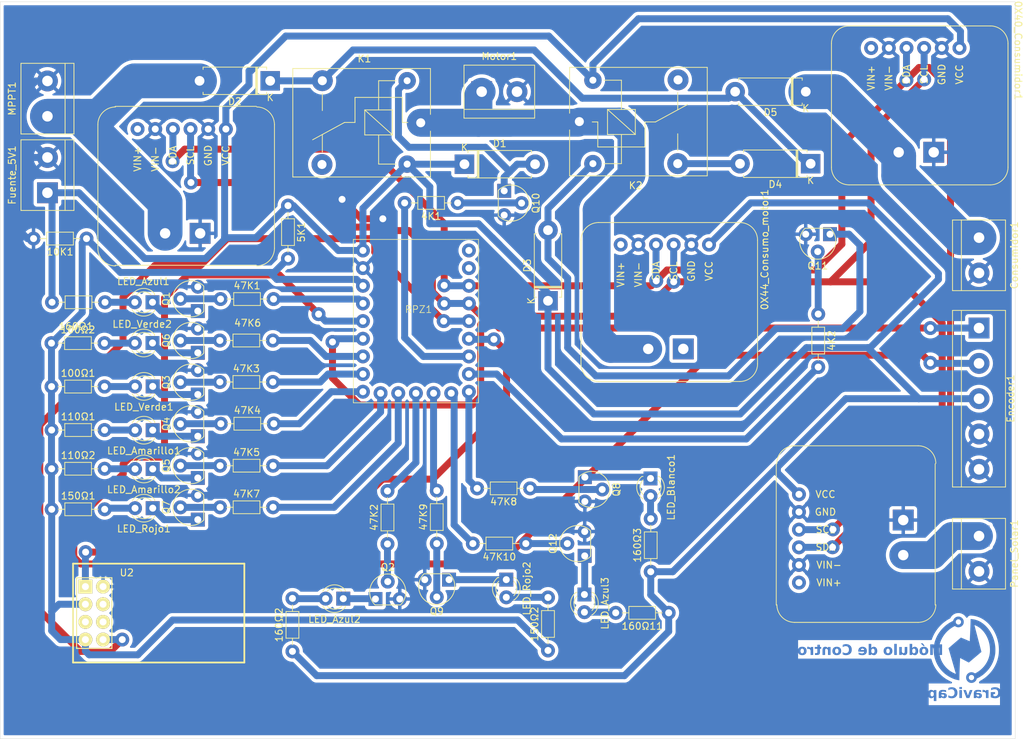
<source format=kicad_pcb>
(kicad_pcb (version 20240108) (generator "pcbnew") (generator_version "8.0")
  (layers (0 "F.Cu" signal) (31 "B.Cu" signal) (34 "B.Paste" user) (35 "F.Paste" user) (36 "B.SilkS" user "B.Silkscreen") (37 "F.SilkS" user "F.Silkscreen") (38 "B.Mask" user) (39 "F.Mask" user) (44 "Edge.Cuts" user))
  (net 0 "")
  (net 2 "Consumidor_+")
  (net 3 "Fuente_5V")
  (net 4 "GND_REF")
  (net 5 "MPPT_+")
  (net 6 "Panel_Solar_+")
  (net 7 "Net-(D1-A)")
  (net 8 "Motor")
  (net 9 "RELE_1_out")
  (net 11 "RELE_2_out")
  (net 13 "Net-(D3-A)")
  (net 14 "Net-(LED_Azul1-K)")
  (net 15 "Net-(Q1-B)")
  (net 16 "Net-(LED_Azul2-K)")
  (net 17 "Net-(Q2-B)")
  (net 18 "Net-(LED_Verde1-K)")
  (net 19 "Net-(Q3-B)")
  (net 20 "Net-(LED_Amarillo1-K)")
  (net 21 "Net-(Q4-B)")
  (net 22 "Net-(LED_Amarillo2-K)")
  (net 23 "Net-(Q5-B)")
  (net 24 "Net-(Q6-B)")
  (net 25 "Net-(LED_Verde2-K)")
  (net 26 "Net-(Q7-B)")
  (net 27 "Net-(LED_Rojo1-K)")
  (net 28 "Net-(LED_Blanco1-K)")
  (net 29 "Net-(Q8-B)")
  (net 30 "Net-(LED_Rojo2-K)")
  (net 31 "Net-(Q9-B)")
  (net 32 "Net-(Q10-B)")
  (net 33 "Net-(Q11-B)")
  (net 34 "RPZ_LED_6")
  (net 35 "RPZ_LED_5")
  (net 36 "RPZ_LED_8")
  (net 37 "RPZ_RELE_1")
  (net 38 "RPZ_LED_7")
  (net 39 "RPZ_LED_2")
  (net 40 "Net-(Q12-B)")
  (net 41 "RPZ_LED_4")
  (net 43 "RPZ_RELE_2")
  (net 44 "PIN_A_Encoder")
  (net 45 "RPZ_LED_10")
  (net 46 "RPZ_LED_3")
  (net 48 "RPZ_LED_9")
  (net 49 "Net-(LED_Azul3-A)")
  (net 50 "PIN_B_Encoder")
  (net 51 "RPZ_LED_1")
  (net 52 "RPZ_I2C_SDA")
  (net 53 "RPZ_I2C_SCL")
  (net 54 "Fuente_3.3V")
  (net 55 "RPZ_UART1_TX")
  (net 56 "RPZ_UART1_RX")
  (net 57 "Net-(LED_Verde1-A)")
  (net 58 "Net-(LED_Verde2-A)")
  (net 59 "Net-(LED_Amarillo1-A)")
  (net 60 "Net-(LED_Amarillo2-A)")
  (net 61 "Net-(LED_Rojo1-A)")
  (net 62 "Net-(LED_Rojo2-A)")
  (net 63 "Net-(LED_Azul1-A)")
  (net 64 "Net-(LED_Azul2-A)")
  (net 65 "Net-(LED_Blanco1-A)")
  (net 66 "Net-(LED_Azul3-K)")
  (footprint "Package_TO_SOT_THT:TO-92_Inline" (layer "F.Cu") (at 98.63 84.06 90)
    (property "Reference" "Q4")
    (property "Value" "BC548")
  )
  (footprint "Diode_THT:D_5W_P10.16mm_Horizontal" (layer "F.Cu") (at 150 65.08 90)
    (property "Reference" "D3")
    (property "Value" "D")
  )
  (footprint "Package_TO_SOT_THT:TO-92_Inline" (layer "F.Cu") (at 135.27 106.19 180)
    (property "Reference" "Q9")
    (property "Value" "BC548")
  )
  (footprint "Diode_THT:D_5W_P10.16mm_Horizontal" (layer "F.Cu") (at 110.04 33.44 180)
    (property "Reference" "D2")
    (property "Value" "D")
  )
  (footprint "Resistor_THT:R_Axial_DIN0204_L3.6mm_D1.6mm_P7.62mm_Horizontal" (layer "F.Cu") (at 167.36 109.96 180)
    (property "Reference" "160Ω11")
    (property "Value" "R")
  )
  (footprint "Resistor_THT:R_Axial_DIN0204_L3.6mm_D1.6mm_P7.62mm_Horizontal" (layer "F.Cu") (at 137 51 180)
    (property "Reference" "4K1")
    (property "Value" "R")
  )
  (footprint "Resistor_THT:R_Axial_DIN0204_L3.6mm_D1.6mm_P7.62mm_Horizontal" (layer "F.Cu") (at 83.62 56.13 180)
    (property "Reference" "10K1")
    (property "Value" "R")
  )
  (footprint "LED_THT:LED_D3.0mm" (layer "F.Cu") (at 164.75 90.63 -90)
    (property "Reference" "LED_Blanco1")
    (property "Value" "LED")
  )
  (footprint "Relay_THT:Relay_SPDT_SANYOU_SRD_Series_Form_C" (layer "F.Cu") (at 131.69 39.47 180)
    (property "Reference" "K1")
    (property "Value" "SANYOU_SRD_Form_C")
  )
  (footprint "Resistor_THT:R_Axial_DIN0204_L3.6mm_D1.6mm_P7.62mm_Horizontal" (layer "F.Cu") (at 113.24 115.505 90)
    (property "Reference" "160Ω2")
    (property "Value" "R")
  )
  (footprint "Resistor_THT:R_Axial_DIN0204_L3.6mm_D1.6mm_P7.62mm_Horizontal" (layer "F.Cu") (at 147.43 92.06 180)
    (property "Reference" "47K8")
    (property "Value" "R")
  )
  (footprint "RP2040-Zero:module_ina219" (layer "F.Cu") (at 90.785 40.385 -90)
    (property "Reference" "0X41_MPPT1" (hide yes))
    (property "Value" "module_ina219" (hide yes))
  )
  (footprint "Package_TO_SOT_THT:TO-92_Inline" (layer "F.Cu") (at 190.07 56.5 180)
    (property "Reference" "Q11")
    (property "Value" "BC548")
  )
  (footprint "Resistor_THT:R_Axial_DIN0204_L3.6mm_D1.6mm_P7.62mm_Horizontal" (layer "F.Cu") (at 78.61 95.07)
    (property "Reference" "150Ω1")
    (property "Value" "R")
  )
  (footprint "TerminalBlock:TerminalBlock_bornier-2_P5.08mm" (layer "F.Cu") (at 78 38.54 90)
    (property "Reference" "MPPT1")
    (property "Value" "Screw_Terminal_01x02")
  )
  (footprint "RP2040-Zero:module_ina219" (layer "F.Cu") (at 196.63 28.58 -90)
    (property "Reference" "0X40_Consumidor1" (hide yes))
    (property "Value" "module_ina219" (hide yes))
  )
  (footprint "Resistor_THT:R_Axial_DIN0204_L3.6mm_D1.6mm_P7.62mm_Horizontal" (layer "F.Cu") (at 102.83 94.78)
    (property "Reference" "47K7")
    (property "Value" "R")
  )
  (footprint "TerminalBlock:TerminalBlock_bornier-2_P5.08mm" (layer "F.Cu") (at 212 56 -90)
    (property "Reference" "Consumidor1")
    (property "Value" "Screw_Terminal_01x02")
  )
  (footprint "LED_THT:LED_D3.0mm" (layer "F.Cu") (at 120.55 107.925 180)
    (property "Reference" "LED_Azul2")
    (property "Value" "LED")
  )
  (footprint "Diode_THT:D_5W_P10.16mm_Horizontal" (layer "F.Cu") (at 187.78 45.36 180)
    (property "Reference" "D4")
    (property "Value" "D")
  )
  (footprint "Resistor_THT:R_Axial_DIN0204_L3.6mm_D1.6mm_P7.62mm_Horizontal" (layer "F.Cu") (at 78.6 83.67)
    (property "Reference" "110Ω1")
    (property "Value" "R")
  )
  (footprint "Package_TO_SOT_THT:TO-92_Inline" (layer "F.Cu") (at 98.63 72.06 90)
    (property "Reference" "Q6")
    (property "Value" "BC548")
  )
  (footprint "LED_THT:LED_D3.0mm" (layer "F.Cu") (at 144 105.19 -90)
    (property "Reference" "LED_Rojo2")
    (property "Value" "LED")
  )
  (footprint "Package_TO_SOT_THT:TO-92_Inline" (layer "F.Cu") (at 98.63 96.06 90)
    (property "Reference" "Q7")
    (property "Value" "BC548")
  )
  (footprint "TerminalBlock:TerminalBlock_bornier-2_P5.08mm" (layer "F.Cu") (at 212 98.92 -90)
    (property "Reference" "Panel_Solar1")
    (property "Value" "Screw_Terminal_01x02")
  )
  (footprint "Package_TO_SOT_THT:TO-92_Inline" (layer "F.Cu") (at 154.28 101.27 90)
    (property "Reference" "Q12")
    (property "Value" "BC548")
  )
  (footprint "Resistor_THT:R_Axial_DIN0204_L3.6mm_D1.6mm_P7.62mm_Horizontal" (layer "F.Cu") (at 112.6 51.39 -90)
    (property "Reference" "5K1")
    (property "Value" "R")
  )
  (footprint "Resistor_THT:R_Axial_DIN0204_L3.6mm_D1.6mm_P7.62mm_Horizontal" (layer "F.Cu") (at 102.83 88.8)
    (property "Reference" "47K5")
    (property "Value" "R")
  )
  (footprint "Resistor_THT:R_Axial_DIN0204_L3.6mm_D1.6mm_P7.62mm_Horizontal" (layer "F.Cu") (at 78.6 89.24)
    (property "Reference" "110Ω2")
    (property "Value" "R")
  )
  (footprint "RP2040-Zero:module_ina219" (layer "F.Cu") (at 185.71 106.2)
    (property "Reference" "0X45_Entrega_panel_solar1" (hide yes))
    (property "Value" "module_ina219" (hide yes))
  )
  (footprint "Package_TO_SOT_THT:TO-92_Inline" (layer "F.Cu") (at 98.63 66.06 90)
    (property "Reference" "Q1")
    (property "Value" "BC548")
  )
  (footprint "LED_THT:LED_D3.0mm" (layer "F.Cu") (at 93.14 83.69 180)
    (property "Reference" "LED_Amarillo1")
    (property "Value" "LED")
  )
  (footprint "LED_THT:LED_D3.0mm" (layer "F.Cu") (at 93.11 65.29 180)
    (property "Reference" "LED_Azul1")
    (property "Value" "LED")
  )
  (footprint "Relay_THT:Relay_SPDT_SANYOU_SRD_Series_Form_C" (layer "F.Cu") (at 154.51 39.3)
    (property "Reference" "K2")
    (property "Value" "SANYOU_SRD_Form_C")
  )
  (footprint "Package_TO_SOT_THT:TO-92_Inline" (layer "F.Cu") (at 144.7 49.7575 -90)
    (property "Reference" "Q10")
    (property "Value" "BC548")
  )
  (footprint "LED_THT:LED_D3.0mm" (layer "F.Cu") (at 93.11 71.15 180)
    (property "Reference" "LED_Verde2")
    (property "Value" "LED")
  )
  (footprint "Package_TO_SOT_THT:TO-92_Inline" (layer "F.Cu") (at 156.3 90.95 -90)
    (property "Reference" "Q8")
    (property "Value" "BC548")
  )
  (footprint "Resistor_THT:R_Axial_DIN0204_L3.6mm_D1.6mm_P7.62mm_Horizontal" (layer "F.Cu") (at 78.58 71.17)
    (property "Reference" "100Ω2")
    (property "Value" "R")
  )
  (footprint "Resistor_THT:R_Axial_DIN0204_L3.6mm_D1.6mm_P7.62mm_Horizontal" (layer "F.Cu") (at 150 115.375 90)
    (property "Reference" "150Ω2")
    (property "Value" "R")
  )
  (footprint "Resistor_THT:R_Axial_DIN0204_L3.6mm_D1.6mm_P7.62mm_Horizontal" (layer "F.Cu") (at 102.94 82.76)
    (property "Reference" "47K4")
    (property "Value" "R")
  )
  (footprint "LED_THT:LED_D3.0mm" (layer "F.Cu") (at 93.14 89.27 180)
    (property "Reference" "LED_Amarillo2")
    (property "Value" "LED")
  )
  (footprint "Resistor_THT:R_Axial_DIN0204_L3.6mm_D1.6mm_P7.62mm_Horizontal" (layer "F.Cu") (at 164.78 104.05 90)
    (property "Reference" "160Ω3")
    (property "Value" "R")
  )
  (footprint "Resistor_THT:R_Axial_DIN0204_L3.6mm_D1.6mm_P7.62mm_Horizontal" (layer "F.Cu") (at 134 100 90)
    (property "Reference" "47K9")
    (property "Value" "R")
  )
  (footprint "Diode_THT:D_5W_P10.16mm_Horizontal" (layer "F.Cu") (at 137.98 45.43)
    (property "Reference" "D1")
    (property "Value" "D")
  )
  (footprint "Resistor_THT:R_Axial_DIN0204_L3.6mm_D1.6mm_P7.62mm_Horizontal" (layer "F.Cu") (at 126.91 100.055 90)
    (property "Reference" "47K2")
    (property "Value" "R")
  )
  (footprint "RP2040-Zero:ESP-01" (layer "F.Cu") (at 83.459 106.19)
    (property "Reference" "U2")
    (property "Value" "ESP-01v090")
  )
  (footprint "Package_TO_SOT_THT:TO-92_Inline" (layer "F.Cu") (at 98.63 90.06 90)
    (property "Reference" "Q5")
    (property "Value" "BC548")
  )
  (footprint "Resistor_THT:R_Axial_DIN0204_L3.6mm_D1.6mm_P7.62mm_Horizontal" (layer "F.Cu") (at 102.8 70.79)
    (property "Reference" "47K6")
    (property "Value" "R")
  )
  (footprint "Resistor_THT:R_Axial_DIN0204_L3.6mm_D1.6mm_P7.62mm_Horizontal" (layer "F.Cu") (at 188.87 66.99 -90)
    (property "Reference" "4K2")
    (property "Value" "R")
  )
  (footprint "Resistor_THT:R_Axial_DIN0204_L3.6mm_D1.6mm_P7.62mm_Horizontal" (layer "F.Cu") (at 78.59 77.42)
    (property "Reference" "100Ω1")
    (property "Value" "R")
  )
  (footprint "RP2040-Zero:module_ina219" (layer "F.Cu") (at 160.46 57 -90)
    (property "Reference" "0X44_Consumo_motor1")
    (property "Value" "module_ina219")
  )
  (footprint "Diode_THT:D_5W_P10.16mm_Horizontal" (layer "F.Cu") (at 187.08 35 180)
    (property "Reference" "D5")
    (property "Value" "D")
  )
  (footprint "Resistor_THT:R_Axial_DIN0204_L3.6mm_D1.6mm_P7.62mm_Horizontal" (layer "F.Cu") (at 102.9 64.83)
    (property "Reference" "47K1")
    (property "Value" "R")
  )
  (footprint "TerminalBlock:TerminalBlock_bornier-2_P5.08mm" (layer "F.Cu") (at 140.46 35)
    (property "Reference" "Motor1")
    (property "Value" "Screw_Terminal_01x02")
  )
  (footprint "RP2040-Zero:RP2040-Zero" (layer "F.Cu") (at 131 68.25)
    (property "Reference" "RPZ1")
    (property "Value" "~")
  )
  (footprint "Resistor_THT:R_Axial_DIN0204_L3.6mm_D1.6mm_P7.62mm_Horizontal" (layer "F.Cu") (at 102.8 76.76)
    (property "Reference" "47K3")
    (property "Value" "R")
  )
  (footprint "Package_TO_SOT_THT:TO-92_Inline" (layer "F.Cu") (at 125.68 106.975)
    (property "Reference" "Q2")
    (property "Value" "BC548")
  )
  (footprint "Resistor_THT:R_Axial_DIN0204_L3.6mm_D1.6mm_P7.62mm_Horizontal" (layer "F.Cu") (at 78.66 65.29)
    (property "Reference" "160Ω1")
    (property "Value" "R")
  )
  (footprint "TerminalBlock:TerminalBlock_bornier-2_P5.08mm" (layer "F.Cu") (at 78 49.54 90)
    (property "Reference" "Fuente_5V1")
    (property "Value" "Screw_Terminal_01x02")
  )
  (footprint "Package_TO_SOT_THT:TO-92_Inline" (layer "F.Cu") (at 98.63 78.06 90)
    (property "Reference" "Q3")
    (property "Value" "BC548")
  )
  (footprint "Resistor_THT:R_Axial_DIN0204_L3.6mm_D1.6mm_P7.62mm_Horizontal" (layer "F.Cu") (at 146.81 100 180)
    (property "Reference" "47K10")
    (property "Value" "R")
  )
  (footprint "LED_THT:LED_D3.0mm" (layer "F.Cu") (at 155.24 107.33 -90)
    (property "Reference" "LED_Azul3")
    (property "Value" "LED")
  )
  (footprint "LED_THT:LED_D3.0mm" (layer "F.Cu") (at 93.14 94.91 180)
    (property "Reference" "LED_Rojo1")
    (property "Value" "LED")
  )
  (footprint "TerminalBlock:TerminalBlock_bornier-5_P5.08mm" (layer "F.Cu") (at 212 69 -90)
    (property "Reference" "Encoder1")
    (property "Value" "Screw_Terminal_01x05")
  )
  (footprint "LED_THT:LED_D3.0mm" (layer "F.Cu") (at 93.14 77.39 180)
    (property "Reference" "LED_Verde1")
    (property "Value" "LED")
  )
  (footprint "Raspberry Pico RP2040-Zero:GraviCap_Logo" (layer "B.Cu") (at 210 115)
    (property "Reference" "GraviCap")
    (property "Value" "GraviCap_Logo" (hide yes))
  )
  (gr_rect (start 71.2 22.07) (end 217.2 128.07) (stroke (width 0.05)) (fill none) (layer "Edge.Cuts"))
  (gr_text "Módulo de Control" (at 196 115.4 0) (layer "B.Cu") (effects (font (size 1.5 1.5) (thickness 0.3) (bold yes)) (justify mirror)))
  (segment (start 200.445001 47.074999) (end 200.445001 44.215001) (width 5) (layer "B.Cu") (net 2))
  (segment (start 200.445001 44.215001) (end 191.23 35) (width 5) (layer "B.Cu") (net 2))
  (segment (start 209.370002 56) (end 200.445001 47.074999) (width 5) (layer "B.Cu") (net 2))
  (segment (start 212 56) (end 209.370002 56) (width 5) (layer "B.Cu") (net 2))
  (segment (start 191.23 35) (end 187.08 35) (width 5) (layer "B.Cu") (net 2))
  (segment (start 116.735 119) (end 161 119) (width 1) (layer "B.Cu") (net 3))
  (segment (start 107 34) (end 103.665 37.335) (width 1) (layer "B.Cu") (net 3))
  (segment (start 196.34 71.82) (end 203.14 65.02) (width 1) (layer "B.Cu") (net 3))
  (segment (start 150.11 27) (end 112.28 27) (width 1) (layer "B.Cu") (net 3))
  (segment (start 137.97 45.42) (end 137.98 45.43) (width 1) (layer "B.Cu") (net 3))
  (segment (start 167.95 104.05) (end 183 89) (width 1) (layer "B.Cu") (net 3))
  (segment (start 183 89.82) (end 183 89) (width 1) (layer "B.Cu") (net 3))
  (segment (start 150 65.08) (end 150 64) (width 1) (layer "B.Cu") (net 3))
  (segment (start 143 57) (end 142 56) (width 1) (layer "B.Cu") (net 3))
  (segment (start 173.16 57) (end 179.16 51) (width 1) (layer "B.Cu") (net 3))
  (segment (start 112.6 51.39) (end 113.39 51.39) (width 1) (layer "B.Cu") (net 3))
  (segment (start 140 54) (end 133 54) (width 1) (layer "B.Cu") (net 3))
  (segment (start 92 59) (end 82.54 49.54) (width 1) (layer "B.Cu") (net 3))
  (segment (start 137.98 45.43) (end 129.75 45.43) (width 1) (layer "B.Cu") (net 3))
  (segment (start 209.33 26.33) (end 209.33 28.58) (width 1) (layer "B.Cu") (net 3))
  (segment (start 113.39 51.39) (end 119.84 57.84) (width 1) (layer "B.Cu") (net 3))
  (segment (start 107.28 32) (end 107 32) (width 1) (layer "B.Cu") (net 3))
  (segment (start 164.78 104.05) (end 167.95 104.05) (width 1) (layer "B.Cu") (net 3))
  (segment (start 179.16 51) (end 196 51) (width 1) (layer "B.Cu") (net 3))
  (segment (start 107.99 56) (end 112.6 51.39) (width 1) (layer "B.Cu") (net 3))
  (segment (start 203.14 65.02) (end 206.16 62) (width 1) (layer "B.Cu") (net 3))
  (segment (start 78.66 65.29) (end 78.66 50.2) (width 1) (layer "B.Cu") (net 3))
  (segment (start 133 54) (end 133 48.68) (width 1) (layer "B.Cu") (net 3))
  (segment (start 212 79.16) (end 203.34 79.16) (width 1) (layer "B.Cu") (net 3))
  (segment (start 78.66 50.2) (end 78 49.54) (width 1) (layer "B.Cu") (net 3))
  (segment (start 150 64) (end 142 56) (width 1) (layer "B.Cu") (net 3))
  (segment (start 103.665 37.335) (end 103.665 40.375) (width 1) (layer "B.Cu") (net 3))
  (segment (start 207.51 24.51) (end 209.33 26.33) (width 1) (layer "B.Cu") (net 3))
  (segment (start 103.485 56.255) (end 100.74 59) (width 1) (layer "B.Cu") (net 3))
  (segment (start 123.38 51.78) (end 129.74 45.42) (width 1) (layer "B.Cu") (net 3))
  (segment (start 150 74.76) (end 156.6 81.36) (width 1) (layer "B.Cu") (net 3))
  (segment (start 161 119) (end 167.36 112.64) (width 1) (layer "B.Cu") (net 3))
  (segment (start 206.16 61.16) (end 206.16 62) (width 1) (layer "B.Cu") (net 3))
  (segment (start 156.46 33.35) (end 156.46 31.05) (width 1) (layer "B.Cu") (net 3))
  (segment (start 112.28 27) (end 107.28 32) (width 1) (layer "B.Cu") (net 3))
  (segment (start 103.485 40.385) (end 103.485 56) (width 1) (layer "B.Cu") (net 3))
  (segment (start 164.78 107.38) (end 167.36 109.96) (width 1) (layer "B.Cu") (net 3))
  (segment (start 196 51) (end 206.16 61.16) (width 1) (layer "B.Cu") (net 3))
  (segment (start 164.78 104.05) (end 164.78 107.38) (width 1) (layer "B.Cu") (net 3))
  (segment (start 113.24 115.505) (end 116.735 119) (width 1) (layer "B.Cu") (net 3))
  (segment (start 177.64 81.36) (end 187.18 71.82) (width 1) (layer "B.Cu") (net 3))
  (segment (start 186.1 92.92) (end 183 89.82) (width 1) (layer "B.Cu") (net 3))
  (segment (start 123.38 57.84) (end 123.38 51.78) (width 1) (layer "B.Cu") (net 3))
  (segment (start 192.84 79.16) (end 203.34 79.16) (width 1) (layer "B.Cu") (net 3))
  (segment (start 156.46 33.35) (end 150.11 27) (width 1) (layer "B.Cu") (net 3))
  (segment (start 133 48.68) (end 129.74 45.42) (width 1) (layer "B.Cu") (net 3))
  (segment (start 107 32) (end 107 34) (width 1) (layer "B.Cu") (net 3))
  (segment (start 167.36 112.64) (end 167.36 109.96) (width 1) (layer "B.Cu") (net 3))
  (segment (start 103.485 56) (end 107.99 56) (width 1) (layer "B.Cu") (net 3))
  (segment (start 142 56) (end 140 54) (width 1) (layer "B.Cu") (net 3))
  (segment (start 203.34 79.16) (end 196 71.82) (width 1) (layer "B.Cu") (net 3))
  (segment (start 150 65.08) (end 150 74.76) (width 1) (layer "B.Cu") (net 3))
  (segment (start 119.84 57.84) (end 123.38 57.84) (width 1) (layer "B.Cu") (net 3))
  (segment (start 103.485 56) (end 103.485 56.255) (width 1) (layer "B.Cu") (net 3))
  (segment (start 187.18 71.82) (end 196 71.82) (width 1) (layer "B.Cu") (net 3))
  (segment (start 129.75 45.43) (end 129.74 45.42) (width 1) (layer "B.Cu") (net 3))
  (segment (start 156.6 81.36) (end 177.64 81.36) (width 1) (layer "B.Cu") (net 3))
  (segment (start 82.54 49.54) (end 78 49.54) (width 1) (layer "B.Cu") (net 3))
  (segment (start 156.46 31.05) (end 163 24.51) (width 1) (layer "B.Cu") (net 3))
  (segment (start 100.74 59) (end 92 59) (width 1) (layer "B.Cu") (net 3))
  (segment (start 196 71.82) (end 196.34 71.82) (width 1) (layer "B.Cu") (net 3))
  (segment (start 163 24.51) (end 207.51 24.51) (width 1) (layer "B.Cu") (net 3))
  (segment (start 183 89) (end 192.84 79.16) (width 1) (layer "B.Cu") (net 3))
  (segment (start 126.24 53.28) (end 123.17 53.28) (width 1) (layer "F.Cu") (net 4))
  (segment (start 123.17 53.28) (end 120.38 50.49) (width 1) (layer "F.Cu") (net 4))
  (via (at 126.24 53.28) (size 2) (drill 1) (layers "F.Cu" "B.Cu") (net 4))
  (via (at 120.38 50.49) (size 2) (drill 1) (layers "F.Cu" "B.Cu") (net 4))
  (segment (start 74 46) (end 75.54 44.46) (width 1) (layer "B.Cu") (net 4))
  (segment (start 99.85 68.84) (end 103.73 68.84) (width 1) (layer "B.Cu") (net 4))
  (segment (start 104.52 63.06) (end 105.37 63.91) (width 1) (layer "B.Cu") (net 4))
  (segment (start 105.37 63.91) (end 105.37 76.06) (width 1) (layer "B.Cu") (net 4))
  (segment (start 99.63 69.06) (end 99.85 68.84) (width 1) (layer "B.Cu") (net 4))
  (segment (start 75.13 56.13) (end 74 55) (width 1) (layer "B.Cu") (net 4))
  (segment (start 74 35.8) (end 76.34 33.46) (width 1) (layer "B.Cu") (net 4))
  (segment (start 76 56.13) (end 75.13 56.13) (width 1) (layer "B.Cu") (net 4))
  (segment (start 104.37 75.06) (end 105.37 76.06) (width 1) (layer "B.Cu") (net 4))
  (segment (start 105.37 92.32) (end 104.63 93.06) (width 1) (layer "B.Cu") (net 4))
  (segment (start 78.02 33.44) (end 78 33.46) (width 1) (layer "B.Cu") (net 4))
  (segment (start 74 55) (end 74 46) (width 1) (layer "B.Cu") (net 4))
  (segment (start 76.34 33.46) (end 78 33.46) (width 1) (layer "B.Cu") (net 4))
  (segment (start 104.37 81.06) (end 105.37 82.06) (width 1) (layer "B.Cu") (net 4))
  (segment (start 78 44.46) (end 74 40.46) (width 1) (layer "B.Cu") (net 4))
  (segment (start 99.63 63.06) (end 104.52 63.06) (width 1) (layer "B.Cu") (net 4))
  (segment (start 105.37 76.06) (end 105.37 82.06) (width 1) (layer "B.Cu") (net 4))
  (segment (start 104.37 87.06) (end 105.37 88.06) (width 1) (layer "B.Cu") (net 4))
  (segment (start 99.63 81.06) (end 104.37 81.06) (width 1) (layer "B.Cu") (net 4))
  (segment (start 104.63 93.06) (end 99.63 93.06) (width 1) (layer "B.Cu") (net 4))
  (segment (start 105.37 88.06) (end 105.37 92.32) (width 1) (layer "B.Cu") (net 4))
  (segment (start 105.37 82.06) (end 105.37 88.06) (width 1) (layer "B.Cu") (net 4))
  (segment (start 99.63 75.06) (end 104.37 75.06) (width 1) (layer "B.Cu") (net 4))
  (segment (start 99.63 87.06) (end 104.37 87.06) (width 1) (layer "B.Cu") (net 4))
  (segment (start 103.73 68.84) (end 105.34 70.45) (width 1) (layer "B.Cu") (net 4))
  (segment (start 75.54 44.46) (end 78 44.46) (width 1) (layer "B.Cu") (net 4))
  (segment (start 74 40.46) (end 74 35.8) (width 1) (layer "B.Cu") (net 4))
  (segment (start 94.925 50.925) (end 94.925 55.375) (width 5) (layer "B.Cu") (net 5))
  (segment (start 90.56 33.44) (end 85.46 38.54) (width 5) (layer "B.Cu") (net 5))
  (segment (start 85.46 38.54) (end 78 38.54) (width 5) (layer "B.Cu") (net 5))
  (segment (start 99.88 33.44) (end 90.56 33.44) (width 5) (layer "B.Cu") (net 5))
  (segment (start 82.54 38.54) (end 94.925 50.925) (width 5) (layer "B.Cu") (net 5))
  (segment (start 78 38.54) (end 82.54 38.54) (width 5) (layer "B.Cu") (net 5))
  (segment (start 208.08 98.92) (end 212 98.92) (width 4) (layer "B.Cu") (net 6))
  (segment (start 205.34 101.66) (end 208.08 98.92) (width 4) (layer "B.Cu") (net 6))
  (segment (start 201.1 101.66) (end 205.34 101.66) (width 4) (layer "B.Cu") (net 6))
  (segment (start 145.57 45.43) (end 148.14 45.43) (width 1) (layer "B.Cu") (net 7))
  (segment (start 128.490001 41.490001) (end 130 43) (width 1) (layer "B.Cu") (net 7))
  (segment (start 130 43) (end 141 43) (width 1) (layer "B.Cu") (net 7))
  (segment (start 141 43) (end 144.5 46.5) (width 1) (layer "B.Cu") (net 7))
  (segment (start 128.490001 34.669999) (end 128.490001 41.490001) (width 1) (layer "B.Cu") (net 7))
  (segment (start 143.7 47.3) (end 144.5 46.5) (width 1) (layer "B.Cu") (net 7))
  (segment (start 144.5 46.5) (end 145.57 45.43) (width 1) (layer "B.Cu") (net 7))
  (segment (start 129.74 33.42) (end 128.490001 34.669999) (width 1) (layer "B.Cu") (net 7))
  (segment (start 143.7 49.2575) (end 143.7 47.3) (width 1) (layer "B.Cu") (net 7))
  (segment (start 162 41) (end 162 47) (width 4) (layer "B.Cu") (net 8))
  (segment (start 131.69 39.47) (end 140 39.47) (width 4) (layer "B.Cu") (net 8))
  (segment (start 140 35.46) (end 140.46 35) (width 4) (layer "B.Cu") (net 8))
  (segment (start 157 70) (end 159 72) (width 4) (layer "B.Cu") (net 8))
  (segment (start 159 72) (end 164.42 72) (width 4) (layer "B.Cu") (net 8))
  (segment (start 140 39.47) (end 144.59 39.47) (width 4) (layer "B.Cu") (net 8))
  (segment (start 140 39.47) (end 140 35.46) (width 4) (layer "B.Cu") (net 8))
  (segment (start 131.69 39.47) (end 154.34 39.47) (width 4) (layer "B.Cu") (net 8))
  (segment (start 162 47) (end 157 52) (width 4) (layer "B.Cu") (net 8))
  (segment (start 157 52) (end 157 70) (width 4) (layer "B.Cu") (net 8))
  (segment (start 160.3 39.3) (end 162 41) (width 4) (layer "B.Cu") (net 8))
  (segment (start 154.51 39.3) (end 160.3 39.3) (width 4) (layer "B.Cu") (net 8))
  (segment (start 175.98 35.94) (end 154.94 35.94) (width 1) (layer "B.Cu") (net 9))
  (segment (start 110.04 33.44) (end 117.52 33.44) (width 1) (layer "B.Cu") (net 9))
  (segment (start 187.78 45.36) (end 187.28 45.36) (width 1) (layer "B.Cu") (net 9))
  (segment (start 117.52 33.44) (end 117.54 33.42) (width 1) (layer "B.Cu") (net 9))
  (segment (start 176.92 35) (end 175.98 35.94) (width 1) (layer "B.Cu") (net 9))
  (segment (start 148 29) (end 121.96 29) (width 1) (layer "B.Cu") (net 9))
  (segment (start 154.94 35.94) (end 148 29) (width 1) (layer "B.Cu") (net 9))
  (segment (start 187.28 45.36) (end 176.92 35) (width 1) (layer "B.Cu") (net 9))
  (segment (start 121.96 29) (end 117.54 33.42) (width 1) (layer "B.Cu") (net 9))
  (segment (start 168.66 45.35) (end 177.61 45.35) (width 1) (layer "B.Cu") (net 11))
  (segment (start 177.61 45.35) (end 177.62 45.36) (width 1) (layer "B.Cu") (net 11))
  (segment (start 192.41 69.08) (end 182.78 69.08) (width 1) (layer "B.Cu") (net 13))
  (segment (start 150 51.81) (end 156.46 45.35) (width 1) (layer "B.Cu") (net 13))
  (segment (start 182.78 69.08) (end 175.98 75.88) (width 1) (layer "B.Cu") (net 13))
  (segment (start 193.29 55.5) (end 194.86 57.07) (width 1) (layer "B.Cu") (net 13))
  (segment (start 190.57 55.5) (end 193.29 55.5) (width 1) (layer "B.Cu") (net 13))
  (segment (start 152.83 71.82) (end 152.83 61.83) (width 1) (layer "B.Cu") (net 13))
  (segment (start 150 59) (end 150 54.92) (width 1) (layer "B.Cu") (net 13))
  (segment (start 175.98 75.88) (end 156.89 75.88) (width 1) (layer "B.Cu") (net 13))
  (segment (start 150 54.92) (end 150 51.81) (width 1) (layer "B.Cu") (net 13))
  (segment (start 152.83 61.83) (end 150 59) (width 1) (layer "B.Cu") (net 13))
  (segment (start 194.86 57.07) (end 194.86 66.63) (width 1) (layer "B.Cu") (net 13))
  (segment (start 194.86 66.63) (end 192.41 69.08) (width 1) (layer "B.Cu") (net 13))
  (segment (start 156.89 75.88) (end 152.83 71.82) (width 1) (layer "B.Cu") (net 13))
  (segment (start 94.38 66.56) (end 93.11 65.29) (width 1) (layer "B.Cu") (net 14))
  (segment (start 99.63 66.56) (end 94.38 66.56) (width 1) (layer "B.Cu") (net 14))
  (segment (start 102.86 64.79) (end 102.9 64.83) (width 1) (layer "B.Cu") (net 15))
  (segment (start 97.13 64.79) (end 102.86 64.79) (width 1) (layer "B.Cu") (net 15))
  (segment (start 120.55 107.925) (end 125.13 107.925) (width 1) (layer "B.Cu") (net 16))
  (segment (start 125.13 107.925) (end 125.18 107.975) (width 1) (layer "B.Cu") (net 16))
  (segment (start 126.91 105.435) (end 126.95 105.475) (width 1) (layer "B.Cu") (net 17))
  (segment (start 126.91 100.055) (end 126.91 105.435) (width 1) (layer "B.Cu") (net 17))
  (segment (start 99.63 78.56) (end 94.31 78.56) (width 1) (layer "B.Cu") (net 18))
  (segment (start 94.31 78.56) (end 93.14 77.39) (width 1) (layer "B.Cu") (net 18))
  (segment (start 102.77 76.79) (end 102.8 76.76) (width 1) (layer "B.Cu") (net 19))
  (segment (start 97.13 76.79) (end 102.77 76.79) (width 1) (layer "B.Cu") (net 19))
  (segment (start 99.63 84.56) (end 94.01 84.56) (width 1) (layer "B.Cu") (net 20))
  (segment (start 94.01 84.56) (end 93.14 83.69) (width 1) (layer "B.Cu") (net 20))
  (segment (start 97.16 82.76) (end 97.13 82.79) (width 1) (layer "B.Cu") (net 21))
  (segment (start 102.94 82.76) (end 97.16 82.76) (width 1) (layer "B.Cu") (net 21))
  (segment (start 99.63 90.56) (end 94.43 90.56) (width 1) (layer "B.Cu") (net 22))
  (segment (start 94.43 90.56) (end 93.14 89.27) (width 1) (layer "B.Cu") (net 22))
  (segment (start 97.13 88.79) (end 102.82 88.79) (width 1) (layer "B.Cu") (net 23))
  (segment (start 102.82 88.79) (end 102.83 88.8) (width 1) (layer "B.Cu") (net 23))
  (segment (start 97.13 70.79) (end 102.8 70.79) (width 1) (layer "B.Cu") (net 24))
  (segment (start 94.52 72.56) (end 93.11 71.15) (width 1) (layer "B.Cu") (net 25))
  (segment (start 99.63 72.56) (end 94.52 72.56) (width 1) (layer "B.Cu") (net 25))
  (segment (start 102.82 94.79) (end 102.83 94.78) (width 1) (layer "B.Cu") (net 26))
  (segment (start 97.13 94.79) (end 102.82 94.79) (width 1) (layer "B.Cu") (net 26))
  (segment (start 99.63 96.56) (end 94.79 96.56) (width 1) (layer "B.Cu") (net 27))
  (segment (start 94.79 96.56) (end 93.14 94.91) (width 1) (layer "B.Cu") (net 27))
  (segment (start 155.3 90.45) (end 164.57 90.45) (width 1) (layer "B.Cu") (net 28))
  (segment (start 164.57 90.45) (end 164.75 90.63) (width 1) (layer "B.Cu") (net 28))
  (segment (start 147.59 92.22) (end 157.8 92.22) (width 1) (layer "B.Cu") (net 29))
  (segment (start 147.43 92.06) (end 147.59 92.22) (width 1) (layer "B.Cu") (net 29))
  (segment (start 135.77 105.19) (end 144 105.19) (width 1) (layer "B.Cu") (net 30))
  (segment (start 134 107.69) (end 134 100) (width 1) (layer "B.Cu") (net 31))
  (segment (start 146.1725 51) (end 146.2 51.0275) (width 1) (layer "B.Cu") (net 32))
  (segment (start 137 51) (end 146.1725 51) (width 1) (layer "B.Cu") (net 32))
  (segment (start 188.87 66.99) (end 188.87 58.07) (width 1) (layer "B.Cu") (net 33))
  (segment (start 188.87 58.07) (end 188.8 58) (width 1) (layer "B.Cu") (net 33))
  (segment (start 118.2 88.8) (end 125.92 81.08) (width 1) (layer "B.Cu") (net 34))
  (segment (start 110.45 88.8) (end 118.2 88.8) (width 1) (layer "B.Cu") (net 34))
  (segment (start 125.92 81.08) (end 125.92 78.37) (width 1) (layer "B.Cu") (net 34))
  (segment (start 110.45 94.78) (end 119.22 94.78) (width 1) (layer "B.Cu") (net 35))
  (segment (start 119.22 94.78) (end 128.46 85.54) (width 1) (layer "B.Cu") (net 35))
  (segment (start 128.46 85.54) (end 128.46 78.37) (width 1) (layer "B.Cu") (net 35))
  (segment (start 118.38 75.62) (end 123.38 75.62) (width 1) (layer "B.Cu") (net 36))
  (segment (start 117.24 76.76) (end 118.38 75.62) (width 1) (layer "B.Cu") (net 36))
  (segment (start 110.42 76.76) (end 117.24 76.76) (width 1) (layer "B.Cu") (net 36))
  (segment (start 129.38 51) (end 129.38 70.38) (width 1) (layer "B.Cu") (net 37))
  (segment (start 132.08 73.08) (end 138.62 73.08) (width 1) (layer "B.Cu") (net 37))
  (segment (start 129.38 70.38) (end 132.08 73.08) (width 1) (layer "B.Cu") (net 37))
  (segment (start 118.84 78.16) (end 123.38 78.16) (width 1) (layer "B.Cu") (net 38))
  (segment (start 110.56 82.76) (end 114.24 82.76) (width 1) (layer "B.Cu") (net 38))
  (segment (start 114.24 82.76) (end 118.84 78.16) (width 1) (layer "B.Cu") (net 38))
  (segment (start 136.5 78.79) (end 136.08 78.37) (width 1) (layer "B.Cu") (net 39))
  (segment (start 136.5 97.31) (end 136.5 78.79) (width 1) (layer "B.Cu") (net 39))
  (segment (start 139.19 100) (end 136.5 97.31) (width 1) (layer "B.Cu") (net 39))
  (segment (start 152.78 100) (end 146.81 100) (width 1) (layer "B.Cu") (net 40))
  (segment (start 131 88.345) (end 126.91 92.435) (width 1) (layer "B.Cu") (net 41))
  (segment (start 131 78.37) (end 131 88.345) (width 1) (layer "B.Cu") (net 41))
  (segment (start 138.62 75.62) (end 142.62 75.62) (width 1) (layer "B.Cu") (net 43))
  (segment (start 142.62 75.62) (end 151.95 84.95) (width 1) (layer "B.Cu") (net 43))
  (segment (start 151.95 84.95) (end 178.53 84.95) (width 1) (layer "B.Cu") (net 43))
  (segment (start 178.53 84.95) (end 188.87 74.61) (width 1) (layer "B.Cu") (net 43))
  (segment (start 122.885836 80.07) (end 119 76.184164) (width 1) (layer "F.Cu") (net 44))
  (segment (start 143 69) (end 142.495836 68.495836) (width 1) (layer "F.Cu") (net 44))
  (segment (start 140.32 68.495836) (end 140.32 78.864164) (width 1) (layer "F.Cu") (net 44))
  (segment (start 142.495836 68.495836) (end 140.32 68.495836) (width 1) (layer "F.Cu") (net 44))
  (segment (start 140.32 78.864164) (end 139.114164 80.07) (width 1) (layer "F.Cu") (net 44))
  (segment (start 139.114164 80.07) (end 122.885836 80.07) (width 1) (layer "F.Cu") (net 44))
  (segment (start 205 69) (end 143 69) (width 1) (layer "F.Cu") (net 44))
  (segment (start 119 76.184164) (end 119 71) (width 1) (layer "F.Cu") (net 44))
  (via (at 119 71) (size 2) (drill 1) (layers "F.Cu" "B.Cu") (net 44))
  (via (at 205 69) (size 2) (drill 1) (layers "F.Cu" "B.Cu") (net 44))
  (segment (start 123.38 70.54) (end 119.46 70.54) (width 1) (layer "B.Cu") (net 44))
  (segment (start 212 69) (end 205 69) (width 1) (layer "B.Cu") (net 44))
  (segment (start 119.46 70.54) (end 119 71) (width 1) (layer "B.Cu") (net 44))
  (segment (start 122.75 64.83) (end 123.38 65.46) (width 1) (layer "B.Cu") (net 45))
  (segment (start 110.52 64.83) (end 122.75 64.83) (width 1) (layer "B.Cu") (net 45))
  (segment (start 133.54 91.92) (end 134 92.38) (width 1) (layer "B.Cu") (net 46))
  (segment (start 133.54 78.37) (end 133.54 91.92) (width 1) (layer "B.Cu") (net 46))
  (segment (start 118.08 73.08) (end 123.38 73.08) (width 1) (layer "B.Cu") (net 48))
  (segment (start 110.42 70.79) (end 115.79 70.79) (width 1) (layer "B.Cu") (net 48))
  (segment (start 115.79 70.79) (end 118.08 73.08) (width 1) (layer "B.Cu") (net 48))
  (segment (start 155.24 109.87) (end 159.65 109.87) (width 1) (layer "B.Cu") (net 49))
  (segment (start 159.65 109.87) (end 159.74 109.96) (width 1) (layer "B.Cu") (net 49))
  (segment (start 89.895836 87.57) (end 94.84 87.57) (width 1) (layer "F.Cu") (net 50))
  (segment (start 111.36 61.36) (end 117 67) (width 1) (layer "F.Cu") (net 50))
  (segment (start 81.79 97.084164) (end 88.9 89.974164) (width 1) (layer "F.Cu") (net 50))
  (segment (start 143.07 102.93) (end 82.785836 102.93) (width 1) (layer "F.Cu") (net 50))
  (segment (start 88.9 89.974164) (end 88.9 88.565836) (width 1) (layer "F.Cu") (net 50))
  (segment (start 203.91 72.91) (end 173.09 72.91) (width 1) (layer "F.Cu") (net 50))
  (segment (start 98.155836 61.36) (end 111.36 61.36) (width 1) (layer "F.Cu") (net 50))
  (segment (start 82.785836 102.93) (end 81.79 101.934164) (width 1) (layer "F.Cu") (net 50))
  (segment (start 88.9 88.565836) (end 89.895836 87.57) (width 1) (layer "F.Cu") (net 50))
  (segment (start 94.84 64.675836) (end 98.155836 61.36) (width 1) (layer "F.Cu") (net 50))
  (segment (start 205 74) (end 203.91 72.91) (width 1) (layer "F.Cu") (net 50))
  (segment (start 94.84 87.57) (end 94.84 64.675836) (width 1) (layer "F.Cu") (net 50))
  (segment (start 81.79 101.934164) (end 81.79 97.084164) (width 1) (layer "F.Cu") (net 50))
  (segment (start 173.09 72.91) (end 143.07 102.93) (width 1) (layer "F.Cu") (net 50))
  (via (at 117 67) (size 2) (drill 1) (layers "F.Cu" "B.Cu") (net 50))
  (via (at 205 74) (size 2) (drill 1) (layers "F.Cu" "B.Cu") (net 50))
  (segment (start 212 74.08) (end 205.08 74.08) (width 1) (layer "B.Cu") (net 50))
  (segment (start 205.08 74.08) (end 205 74) (width 1) (layer "B.Cu") (net 50))
  (segment (start 118 68) (end 123.38 68) (width 1) (layer "B.Cu") (net 50))
  (segment (start 117 67) (end 118 68) (width 1) (layer "B.Cu") (net 50))
  (segment (start 138.62 90.87) (end 139.81 92.06) (width 1) (layer "B.Cu") (net 51))
  (segment (start 138.62 78.16) (end 138.62 90.87) (width 1) (layer "B.Cu") (net 51))
  (segment (start 124.38 43.27) (end 97.73 43.27) (width 1) (layer "F.Cu") (net 52))
  (segment (start 192.27 56.934164) (end 188.554164 60.65) (width 1) (layer "F.Cu") (net 52))
  (segment (start 97.73 43.27) (end 96 45) (width 1) (layer "F.Cu") (net 52))
  (segment (start 190.93 100.53) (end 207.9 83.56) (width 1) (layer "F.Cu") (net 52))
  (segment (start 207.9 83.56) (end 207.9 34.615836) (width 1) (layer "F.Cu") (net 52))
  (segment (start 207.9 34.615836) (end 204.814164 31.53) (width 1) (layer "F.Cu") (net 52))
  (segment (start 164.86 62.92) (end 138.62 62.92) (width 1) (layer "F.Cu") (net 52))
  (segment (start 201.55 33.34) (end 192.27 42.62) (width 1) (layer "F.Cu") (net 52))
  (segment (start 135.07 53.96) (end 124.38 43.27) (width 1) (layer "F.Cu") (net 52))
  (segment (start 167.13 60.65) (end 165.57 62.21) (width 1) (layer "F.Cu") (net 52))
  (segment (start 203.36 31.53) (end 201.55 33.34) (width 1) (layer "F.Cu") (net 52))
  (segment (start 204.814164 31.53) (end 203.36 31.53) (width 1) (layer "F.Cu") (net 52))
  (segment (start 188.554164 60.65) (end 167.13 60.65) (width 1) (layer "F.Cu") (net 52))
  (segment (start 165.57 62.21) (end 164.86 62.92) (width 1) (layer "F.Cu") (net 52))
  (segment (start 135.07 62.86) (end 135.07 53.96) (width 1) (layer "F.Cu") (net 52))
  (segment (start 192.27 42.62) (end 192.27 56.934164) (width 1) (layer "F.Cu") (net 52))
  (via (at 135.07 62.86) (size 2) (drill 1) (layers "F.Cu" "B.Cu") (net 52))
  (via (at 201.55 33.34) (size 2) (drill 1) (layers "F.Cu" "B.Cu") (net 52))
  (via (at 96 45) (size 2) (drill 1) (layers "F.Cu" "B.Cu") (net 52))
  (via (at 165.57 62.21) (size 2) (drill 1) (layers "F.Cu" "B.Cu") (net 52))
  (via (at 190.93 100.53) (size 2) (drill 1) (layers "F.Cu" "B.Cu") (net 52))
  (segment (start 96.045 44.955) (end 96 45) (width 1) (layer "B.Cu") (net 52))
  (segment (start 165.54 57) (end 165.54 62.18) (width 1) (layer "B.Cu") (net 52))
  (segment (start 186.1 100.54) (end 190.92 100.54) (width 1) (layer "B.Cu") (net 52))
  (segment (start 190.92 100.54) (end 190.93 100.53) (width 1) (layer "B.Cu") (net 52))
  (segment (start 201.565001 28.714999) (end 201.565001 33.324999) (width 1) (layer "B.Cu") (net 52))
  (segment (start 138.62 62.92) (end 135.13 62.92) (width 1) (layer "B.Cu") (net 52))
  (segment (start 201.565001 33.324999) (end 201.55 33.34) (width 1) (layer "B.Cu") (net 52))
  (segment (start 96.045 40.375) (end 96.045 44.955) (width 1) (layer "B.Cu") (net 52))
  (segment (start 165.54 62.18) (end 165.57 62.21) (width 1) (layer "B.Cu") (net 52))
  (segment (start 135.13 62.92) (end 135.07 62.86) (width 1) (layer "B.Cu") (net 52))
  (segment (start 190.99 97.96) (end 206.7 82.25) (width 1) (layer "F.Cu") (net 53))
  (segment (start 196.47 56.52) (end 190.64 62.35) (width 1) (layer "F.Cu") (net 53))
  (segment (start 190.64 62.35) (end 168.08 62.35) (width 1) (layer "F.Cu") (net 53))
  (segment (start 204.11 33.23) (end 196.47 40.87) (width 1) (layer "F.Cu") (net 53))
  (segment (start 129.98 54.98) (end 133.37 58.37) (width 1) (layer "F.Cu") (net 53))
  (segment (start 98.64 48.07) (end 113.55 48.07) (width 1) (layer "F.Cu") (net 53))
  (segment (start 206.7 68.295836) (end 200.754164 62.35) (width 1) (layer "F.Cu") (net 53))
  (segment (start 133.37 58.37) (end 133.37 63.78) (width 1) (layer "F.Cu") (net 53))
  (segment (start 125.035836 54.48) (end 125.535836 54.98) (width 1) (layer "F.Cu") (net 53))
  (segment (start 200.754164 62.35) (end 190.64 62.35) (width 1) (layer "F.Cu") (net 53))
  (segment (start 206.7 82.25) (end 206.7 68.295836) (width 1) (layer "F.Cu") (net 53))
  (segment (start 133.37 63.78) (end 135.07 65.48) (width 1) (layer "F.Cu") (net 53))
  (segment (start 119.96 54.48) (end 125.035836 54.48) (width 1) (layer "F.Cu") (net 53))
  (segment (start 196.47 40.87) (end 196.47 56.52) (width 1) (layer "F.Cu") (net 53))
  (segment (start 163.134164 67.295836) (end 140.455836 67.295836) (width 1) (layer "F.Cu") (net 53))
  (segment (start 113.55 48.07) (end 119.96 54.48) (width 1) (layer "F.Cu") (net 53))
  (segment (start 168.08 62.35) (end 163.134164 67.295836) (width 1) (layer "F.Cu") (net 53))
  (segment (start 140.455836 67.295836) (end 138.62 65.46) (width 1) (layer "F.Cu") (net 53))
  (segment (start 125.535836 54.98) (end 129.98 54.98) (width 1) (layer "F.Cu") (net 53))
  (via (at 168.08 62.35) (size 2) (drill 1) (layers "F.Cu" "B.Cu") (net 53))
  (via (at 204.11 33.23) (size 2) (drill 1) (layers "F.Cu" "B.Cu") (net 53))
  (via (at 135.07 65.48) (size 2) (drill 1) (layers "F.Cu" "B.Cu") (net 53))
  (via (at 98.64 48.07) (size 2) (drill 1) (layers "F.Cu" "B.Cu") (net 53))
  (via (at 190.99 97.96) (size 2) (drill 1) (layers "F.Cu" "B.Cu") (net 53))
  (segment (start 204.105001 33.225001) (end 204.11 33.23) (width 1) (layer "B.Cu") (net 53))
  (segment (start 186.1 98) (end 190.95 98) (width 1) (layer "B.Cu") (net 53))
  (segment (start 138.62 65.46) (end 135.09 65.46) (width 1) (layer "B.Cu") (net 53))
  (segment (start 98.585 48.015) (end 98.64 48.07) (width 1) (layer "B.Cu") (net 53))
  (segment (start 204.105001 28.714999) (end 204.105001 33.225001) (width 1) (layer "B.Cu") (net 53))
  (segment (start 168.08 57) (end 168.08 62.35) (width 1) (layer "B.Cu") (net 53))
  (segment (start 98.585 40.375) (end 98.585 48.015) (width 1) (layer "B.Cu") (net 53))
  (segment (start 135.09 65.46) (end 135.07 65.48) (width 1) (layer "B.Cu") (net 53))
  (segment (start 190.95 98) (end 190.99 97.96) (width 1) (layer "B.Cu") (net 53))
  (segment (start 84 116) (end 83.459 115.459) (width 1) (layer "B.Cu") (net 54))
  (segment (start 79.66 108.73) (end 78.61 109.78) (width 1) (layer "B.Cu") (net 54))
  (segment (start 150 115.375) (end 145.625 111) (width 1) (layer "B.Cu") (net 54))
  (segment (start 78.58 71.17) (end 78.58 95.04) (width 1) (layer "B.Cu") (net 54))
  (segment (start 78.58 95.04) (end 78.61 95.07) (width 1) (layer "B.Cu") (net 54))
  (segment (start 83.62 56.13) (end 88.49 61) (width 1) (layer "B.Cu") (net 54))
  (segment (start 111 62) (end 110 61) (width 1) (layer "B.Cu") (net 54))
  (segment (start 110 61) (end 110.61 61) (width 1) (layer "B.Cu") (net 54))
  (segment (start 83.459 108.73) (end 79.66 108.73) (width 1) (layer "B.Cu") (net 54))
  (segment (start 83.459 113.81) (end 79.88 113.81) (width 1) (layer "B.Cu") (net 54))
  (segment (start 88.49 61) (end 110 61) (width 1) (layer "B.Cu") (net 54))
  (segment (start 123.38 62.92) (end 122.46 62) (width 1) (layer "B.Cu") (net 54))
  (segment (start 78.61 112.54) (end 78.61 109.78) (width 1) (layer "B.Cu") (net 54))
  (segment (start 83 56.75) (end 83.62 56.13) (width 1) (layer "B.Cu") (net 54))
  (segment (start 83.459 115.459) (end 83.459 113.81) (width 1) (layer "B.Cu") (net 54))
  (segment (start 122.46 62) (end 111 62) (width 1) (layer "B.Cu") (net 54))
  (segment (start 79.88 113.81) (end 78.61 112.54) (width 1) (layer "B.Cu") (net 54))
  (segment (start 145.625 111) (end 96 111) (width 1) (layer "B.Cu") (net 54))
  (segment (start 91 116) (end 84 116) (width 1) (layer "B.Cu") (net 54))
  (segment (start 78.58 71.17) (end 83 66.75) (width 1) (layer "B.Cu") (net 54))
  (segment (start 78.61 95.07) (end 78.61 109.78) (width 1) (layer "B.Cu") (net 54))
  (segment (start 96 111) (end 91 116) (width 1) (layer "B.Cu") (net 54))
  (segment (start 83 66.75) (end 83 56.75) (width 1) (layer "B.Cu") (net 54))
  (segment (start 110.61 61) (end 112.6 59.01) (width 1) (layer "B.Cu") (net 54))
  (segment (start 88.87 64.585836) (end 88.87 70.995836) (width 1) (layer "F.Cu") (net 55))
  (segment (start 76.9 82.965836) (end 76.9 109.655164) (width 1) (layer "F.Cu") (net 55))
  (segment (start 125.08 56.76) (end 124.46 56.14) (width 1) (layer "F.Cu") (net 55))
  (segment (start 88.87 70.995836) (end 76.9 82.965836) (width 1) (layer "F.Cu") (net 55))
  (segment (start 76.9 109.655164) (end 82.754836 115.51) (width 1) (layer "F.Cu") (net 55))
  (segment (start 125.08 58.08) (end 125.08 56.76) (width 1) (layer "F.Cu") (net 55))
  (segment (start 87.06 115.51) (end 88.76 113.81) (width 1) (layer "F.Cu") (net 55))
  (segment (start 82.754836 115.51) (end 87.06 115.51) (width 1) (layer "F.Cu") (net 55))
  (segment (start 100 60) (end 93.455836 60) (width 1) (layer "F.Cu") (net 55))
  (segment (start 135 68) (end 125.08 58.08) (width 1) (layer "F.Cu") (net 55))
  (segment (start 103.86 56.14) (end 100 60) (width 1) (layer "F.Cu") (net 55))
  (segment (start 93.455836 60) (end 88.87 64.585836) (width 1) (layer "F.Cu") (net 55))
  (segment (start 124.46 56.14) (end 103.86 56.14) (width 1) (layer "F.Cu") (net 55))
  (via (at 88.76 113.81) (size 2) (drill 1) (layers "F.Cu" "B.Cu") (net 55))
  (via (at 135 68) (size 2) (drill 1) (layers "F.Cu" "B.Cu") (net 55))
  (segment (start 138.62 68) (end 135 68) (width 1) (layer "B.Cu") (net 55))
  (segment (start 88.76 113.81) (end 85.999 113.81) (width 1) (layer "B.Cu") (net 55))
  (segment (start 83.49 101.23) (end 115.710836 101.23) (width 1) (layer "F.Cu") (net 56))
  (segment (start 144.04 72.44) (end 142.22 70.62) (width 1) (layer "F.Cu") (net 56))
  (segment (start 126.205836 90.735) (end 133.425 90.735) (width 1) (layer "F.Cu") (net 56))
  (segment (start 144.04 80.12) (end 144.04 72.44) (width 1) (layer "F.Cu") (net 56))
  (segment (start 133.425 90.735) (end 144.04 80.12) (width 1) (layer "F.Cu") (net 56))
  (segment (start 115.710836 101.23) (end 126.205836 90.735) (width 1) (layer "F.Cu") (net 56))
  (via (at 142.22 70.62) (size 2) (drill 1) (layers "F.Cu" "B.Cu") (net 56))
  (via (at 83.49 101.23) (size 2) (drill 1) (layers "F.Cu" "B.Cu") (net 56))
  (segment (start 83.459 101.261) (end 83.49 101.23) (width 1) (layer "B.Cu") (net 56))
  (segment (start 83.459 106.19) (end 83.459 101.261) (width 1) (layer "B.Cu") (net 56))
  (segment (start 138.7 70.62) (end 138.62 70.54) (width 1) (layer "B.Cu") (net 56))
  (segment (start 142.22 70.62) (end 138.7 70.62) (width 1) (layer "B.Cu") (net 56))
  (segment (start 86.21 77.42) (end 90.57 77.42) (width 1) (layer "B.Cu") (net 57))
  (segment (start 90.57 77.42) (end 90.6 77.39) (width 1) (layer "B.Cu") (net 57))
  (segment (start 86.2 71.17) (end 90.55 71.17) (width 1) (layer "B.Cu") (net 58))
  (segment (start 90.55 71.17) (end 90.57 71.15) (width 1) (layer "B.Cu") (net 58))
  (segment (start 86.22 83.67) (end 90.58 83.67) (width 1) (layer "B.Cu") (net 59))
  (segment (start 90.58 83.67) (end 90.6 83.69) (width 1) (layer "B.Cu") (net 59))
  (segment (start 86.22 89.24) (end 90.57 89.24) (width 1) (layer "B.Cu") (net 60))
  (segment (start 90.57 89.24) (end 90.6 89.27) (width 1) (layer "B.Cu") (net 60))
  (segment (start 86.39 94.91) (end 86.23 95.07) (width 1) (layer "B.Cu") (net 61))
  (segment (start 90.6 94.91) (end 86.39 94.91) (width 1) (layer "B.Cu") (net 61))
  (segment (start 149.975 107.73) (end 150 107.755) (width 1) (layer "B.Cu") (net 62))
  (segment (start 144 107.73) (end 149.975 107.73) (width 1) (layer "B.Cu") (net 62))
  (segment (start 90.57 65.29) (end 86.28 65.29) (width 1) (layer "B.Cu") (net 63))
  (segment (start 117.97 107.885) (end 118.01 107.925) (width 1) (layer "B.Cu") (net 64))
  (segment (start 118.01 107.925) (end 113.28 107.925) (width 1) (layer "B.Cu") (net 64))
  (segment (start 164.75 93.17) (end 164.75 96.4) (width 1) (layer "B.Cu") (net 65))
  (segment (start 164.75 96.4) (end 164.78 96.43) (width 1) (layer "B.Cu") (net 65))
  (segment (start 155.28 101.77) (end 155.28 107.29) (width 1) (layer "B.Cu") (net 66))
  (zone (net 4) (net_name "GND_REF") (layer "B.Cu") (connect_pads (clearance 0.5)) (min_thickness 0.25) (fill yes (thermal_gap 0.5) (thermal_bridge_width 0.5))
    (polygon (pts (xy 71.2 22.07) (xy 71.2 128.07) (xy 217.2 128.07) (xy 217.2 22.07)))
  )
)
</source>
